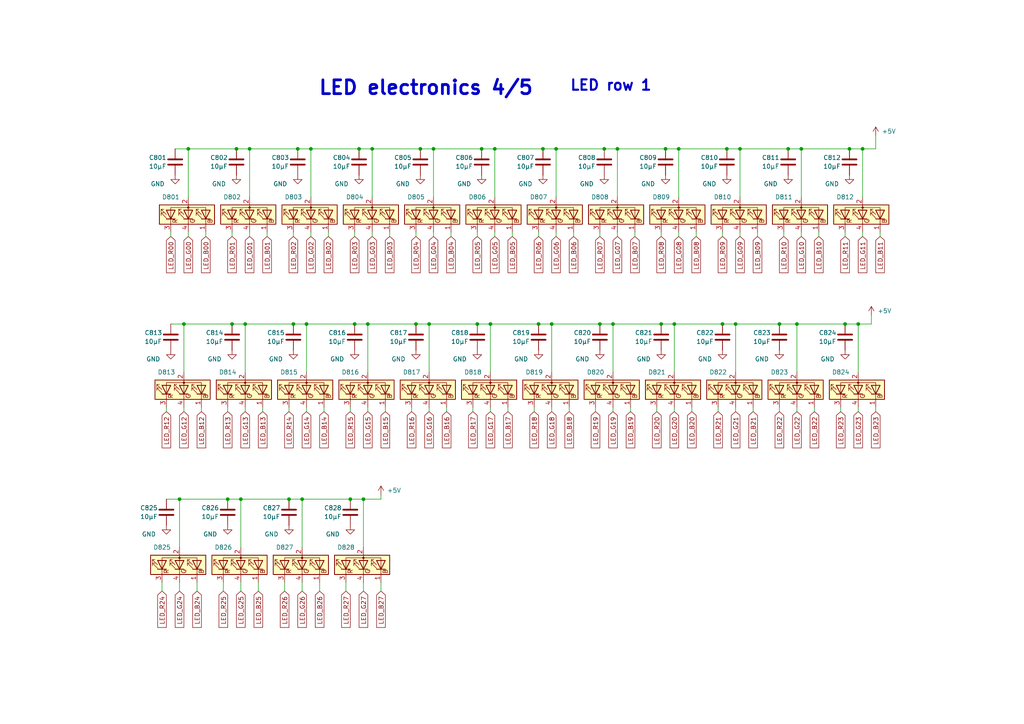
<source format=kicad_sch>
(kicad_sch (version 20231120) (generator "eeschema") (generator_version "8.0")
  (paper "A4")
  (title_block (title "RD56_color") (date "2023-08-20") (rev "Rev 2") (company "Ludwin Monz") (comment 1 "you may not use the material for commercial purposes.") (comment 2 "you may use non-commercially, adapt, share alike ") (comment 3 "https://creativecommons.org/licenses/by-nc-sa/4.0/") (comment 4 "License: Creative Commons Attribution-Non-Commercial (CC BY-NC-SA)"))
  (lib_symbols
    (symbol "Device:C" (pin_numbers hide) (pin_names (offset 0.254))
      (property "Reference" "C" (at 0.635 2.54 0))
      (property "Value" "C" (at 0.635 -2.54 0))
      (symbol "C_0_1"
        (polyline (pts (xy -2.032 -0.762) (xy 2.032 -0.762)) (stroke (width 0.508)))
        (polyline (pts (xy -2.032 0.762) (xy 2.032 0.762)) (stroke (width 0.508)))
      )
      (symbol "C_1_1"
        (pin passive line (at 0 3.81 270) (length 2.794) (name "~") (number "1"))
        (pin passive line (at 0 -3.81 90) (length 2.794) (name "~") (number "2"))
      )
    )
    (symbol "Device:LED_BARG" (pin_names (offset 0) hide)
      (property "Reference" "D" (at 0 9.398 0))
      (property "Value" "LED_BARG" (at 0 -8.89 0))
      (symbol "LED_BARG_0_0"
        (text "B" (at -1.905 -6.35 0) (effects (font (size 1.27 1.27))))
        (text "G" (at -1.905 -1.27 0) (effects (font (size 1.27 1.27))))
        (text "R" (at -1.905 3.81 0) (effects (font (size 1.27 1.27))))
      )
      (symbol "LED_BARG_0_1"
        (polyline (pts (xy -1.27 -5.08) (xy -2.54 -5.08)))
        (polyline (pts (xy -1.27 -5.08) (xy 1.27 -5.08)))
        (polyline (pts (xy -1.27 -3.81) (xy -1.27 -6.35)) (stroke (width 0.254)))
        (polyline (pts (xy -1.27 0) (xy -2.54 0)))
        (polyline (pts (xy -1.27 1.27) (xy -1.27 -1.27)) (stroke (width 0.254)))
        (polyline (pts (xy -1.27 5.08) (xy -2.54 5.08)))
        (polyline (pts (xy -1.27 5.08) (xy 1.27 5.08)))
        (polyline (pts (xy -1.27 6.35) (xy -1.27 3.81)) (stroke (width 0.254)))
        (polyline (pts (xy 1.27 0) (xy -1.27 0)))
        (polyline (pts (xy 1.27 0) (xy 2.54 0)))
        (polyline (pts (xy -1.27 1.27) (xy -1.27 -1.27) (xy -1.27 -1.27)))
        (polyline (pts (xy -1.27 6.35) (xy -1.27 3.81) (xy -1.27 3.81)))
        (polyline (pts (xy 1.27 -5.08) (xy 2.032 -5.08) (xy 2.032 5.08) (xy 1.27 5.08)))
        (polyline (pts (xy 1.27 -3.81) (xy 1.27 -6.35) (xy -1.27 -5.08) (xy 1.27 -3.81)) (stroke (width 0.254)))
        (polyline (pts (xy 1.27 1.27) (xy 1.27 -1.27) (xy -1.27 0) (xy 1.27 1.27)) (stroke (width 0.254)))
        (polyline (pts (xy 1.27 6.35) (xy 1.27 3.81) (xy -1.27 5.08) (xy 1.27 6.35)) (stroke (width 0.254)))
        (polyline (pts (xy -1.016 -3.81) (xy 0.508 -2.286) (xy -0.254 -2.286) (xy 0.508 -2.286) (xy 0.508 -3.048)))
        (polyline (pts (xy -1.016 1.27) (xy 0.508 2.794) (xy -0.254 2.794) (xy 0.508 2.794) (xy 0.508 2.032)))
        (polyline (pts (xy -1.016 6.35) (xy 0.508 7.874) (xy -0.254 7.874) (xy 0.508 7.874) (xy 0.508 7.112)))
        (polyline (pts (xy 0 -3.81) (xy 1.524 -2.286) (xy 0.762 -2.286) (xy 1.524 -2.286) (xy 1.524 -3.048)))
        (polyline (pts (xy 0 1.27) (xy 1.524 2.794) (xy 0.762 2.794) (xy 1.524 2.794) (xy 1.524 2.032)))
        (polyline (pts (xy 0 6.35) (xy 1.524 7.874) (xy 0.762 7.874) (xy 1.524 7.874) (xy 1.524 7.112)))
        (rectangle (start 1.27 -1.27) (end 1.27 1.27))
        (rectangle (start 1.27 1.27) (end 1.27 1.27))
        (rectangle (start 1.27 3.81) (end 1.27 6.35))
        (rectangle (start 1.27 6.35) (end 1.27 6.35))
        (circle (center 2.032 0) (radius 0.254) (fill (type outline)))
        (rectangle (start 2.794 8.382) (end -2.794 -7.62) (stroke (width 0.254)) (fill (type background)))
      )
      (symbol "LED_BARG_1_1"
        (pin passive line (at -5.08 -5.08 0) (length 2.54) (name "BK") (number "1"))
        (pin passive line (at 5.08 0 180) (length 2.54) (name "A") (number "2"))
        (pin passive line (at -5.08 5.08 0) (length 2.54) (name "RK") (number "3"))
        (pin passive line (at -5.08 0 0) (length 2.54) (name "GK") (number "4"))
      )
    )
    (symbol "power:+5V" (power) (pin_names (offset 0))
      (property "Value" "+5V" (at 0 3.556 0))
      (symbol "+5V_0_1"
        (polyline (pts (xy -0.762 1.27) (xy 0 2.54)))
        (polyline (pts (xy 0 0) (xy 0 2.54)))
        (polyline (pts (xy 0 2.54) (xy 0.762 1.27)))
      )
      (symbol "+5V_1_1"
        (pin power_in line (at 0 0 90) (length 0) hide (name "+5V") (number "1"))
      )
    )
    (symbol "power:GND" (power) (pin_names (offset 0))
      (property "Value" "GND" (at 0 -3.81 0))
      (symbol "GND_0_1"
        (polyline (pts (xy 0 0) (xy 0 -1.27) (xy 1.27 -1.27) (xy 0 -2.54) (xy -1.27 -1.27) (xy 0 -1.27)))
      )
      (symbol "GND_1_1"
        (pin power_in line (at 0 0 270) (length 0) hide (name "GND") (number "1"))
      )
    )
  )
  (junction (at 121.92 43.18))
  (junction (at 139.7 43.18))
  (junction (at 193.04 43.18))
  (junction (at 156.21 93.98))
  (junction (at 67.31 93.98))
  (junction (at 179.07 43.18))
  (junction (at 101.6 144.78))
  (junction (at 69.85 144.78))
  (junction (at 105.41 144.78))
  (junction (at 125.73 43.18))
  (junction (at 142.24 93.98))
  (junction (at 226.06 93.98))
  (junction (at 85.09 93.98))
  (junction (at 173.99 93.98))
  (junction (at 120.65 93.98))
  (junction (at 248.92 93.98))
  (junction (at 157.48 43.18))
  (junction (at 87.63 144.78))
  (junction (at 191.77 93.98))
  (junction (at 138.43 93.98))
  (junction (at 161.29 43.18))
  (junction (at 214.63 43.18))
  (junction (at 245.11 93.98))
  (junction (at 102.87 93.98))
  (junction (at 66.04 144.78))
  (junction (at 232.41 43.18))
  (junction (at 177.8 93.98))
  (junction (at 210.82 43.18))
  (junction (at 90.17 43.18))
  (junction (at 143.51 43.18))
  (junction (at 246.38 43.18))
  (junction (at 160.02 93.98))
  (junction (at 53.34 93.98))
  (junction (at 250.19 43.18))
  (junction (at 104.14 43.18))
  (junction (at 195.58 93.98))
  (junction (at 68.58 43.18))
  (junction (at 88.9 93.98))
  (junction (at 213.36 93.98))
  (junction (at 106.68 93.98))
  (junction (at 107.95 43.18))
  (junction (at 196.85 43.18))
  (junction (at 231.14 93.98))
  (junction (at 175.26 43.18))
  (junction (at 83.82 144.78))
  (junction (at 124.46 93.98))
  (junction (at 209.55 93.98))
  (junction (at 228.6 43.18))
  (junction (at 86.36 43.18))
  (junction (at 72.39 43.18))
  (junction (at 52.07 144.78))
  (junction (at 71.12 93.98))
  (junction (at 54.61 43.18))
  (wire (pts (xy 125.73 43.18) (xy 139.7 43.18)))
  (wire (pts (xy 195.58 93.98) (xy 209.55 93.98)))
  (wire (pts (xy 53.34 93.98) (xy 67.31 93.98)))
  (wire (pts (xy 160.02 93.98) (xy 173.99 93.98)))
  (wire (pts (xy 195.58 118.11) (xy 195.58 119.38)))
  (wire (pts (xy 209.55 93.98) (xy 213.36 93.98)))
  (wire (pts (xy 248.92 93.98) (xy 248.92 107.95)))
  (wire (pts (xy 245.11 93.98) (xy 248.92 93.98)))
  (wire (pts (xy 111.76 118.11) (xy 111.76 119.38)))
  (wire (pts (xy 142.24 93.98) (xy 142.24 107.95)))
  (wire (pts (xy 165.1 118.11) (xy 165.1 119.38)))
  (wire (pts (xy 68.58 43.18) (xy 72.39 43.18)))
  (wire (pts (xy 121.92 43.18) (xy 125.73 43.18)))
  (wire (pts (xy 85.09 67.31) (xy 85.09 68.58)))
  (wire (pts (xy 226.06 118.11) (xy 226.06 119.38)))
  (wire (pts (xy 58.42 118.11) (xy 58.42 119.38)))
  (wire (pts (xy 213.36 93.98) (xy 213.36 107.95)))
  (wire (pts (xy 248.92 118.11) (xy 248.92 119.38)))
  (wire (pts (xy 161.29 43.18) (xy 161.29 57.15)))
  (wire (pts (xy 143.51 43.18) (xy 157.48 43.18)))
  (wire (pts (xy 53.34 93.98) (xy 53.34 107.95)))
  (wire (pts (xy 201.93 67.31) (xy 201.93 68.58)))
  (wire (pts (xy 248.92 93.98) (xy 252.73 93.98)))
  (wire (pts (xy 214.63 67.31) (xy 214.63 68.58)))
  (wire (pts (xy 85.09 93.98) (xy 88.9 93.98)))
  (wire (pts (xy 156.21 67.31) (xy 156.21 68.58)))
  (wire (pts (xy 59.69 67.31) (xy 59.69 68.58)))
  (wire (pts (xy 77.47 67.31) (xy 77.47 68.58)))
  (wire (pts (xy 92.71 168.91) (xy 92.71 171.45)))
  (wire (pts (xy 105.41 144.78) (xy 105.41 158.75)))
  (wire (pts (xy 72.39 43.18) (xy 72.39 57.15)))
  (wire (pts (xy 76.2 118.11) (xy 76.2 119.38)))
  (wire (pts (xy 46.99 168.91) (xy 46.99 171.45)))
  (wire (pts (xy 90.17 67.31) (xy 90.17 68.58)))
  (wire (pts (xy 236.22 118.11) (xy 236.22 119.38)))
  (wire (pts (xy 54.61 43.18) (xy 68.58 43.18)))
  (wire (pts (xy 88.9 118.11) (xy 88.9 119.38)))
  (wire (pts (xy 210.82 43.18) (xy 214.63 43.18)))
  (wire (pts (xy 154.94 118.11) (xy 154.94 119.38)))
  (wire (pts (xy 175.26 43.18) (xy 179.07 43.18)))
  (wire (pts (xy 177.8 118.11) (xy 177.8 119.38)))
  (wire (pts (xy 69.85 144.78) (xy 69.85 158.75)))
  (wire (pts (xy 143.51 43.18) (xy 143.51 57.15)))
  (wire (pts (xy 82.55 168.91) (xy 82.55 171.45)))
  (wire (pts (xy 142.24 93.98) (xy 156.21 93.98)))
  (wire (pts (xy 83.82 118.11) (xy 83.82 119.38)))
  (wire (pts (xy 254 43.18) (xy 254 39.37)))
  (wire (pts (xy 173.99 93.98) (xy 177.8 93.98)))
  (wire (pts (xy 219.71 67.31) (xy 219.71 68.58)))
  (wire (pts (xy 88.9 93.98) (xy 102.87 93.98)))
  (wire (pts (xy 231.14 93.98) (xy 231.14 107.95)))
  (wire (pts (xy 74.93 168.91) (xy 74.93 171.45)))
  (wire (pts (xy 208.28 118.11) (xy 208.28 119.38)))
  (wire (pts (xy 245.11 67.31) (xy 245.11 68.58)))
  (wire (pts (xy 191.77 93.98) (xy 195.58 93.98)))
  (wire (pts (xy 173.99 67.31) (xy 173.99 68.58)))
  (wire (pts (xy 143.51 67.31) (xy 143.51 68.58)))
  (wire (pts (xy 119.38 118.11) (xy 119.38 119.38)))
  (wire (pts (xy 64.77 168.91) (xy 64.77 171.45)))
  (wire (pts (xy 184.15 67.31) (xy 184.15 68.58)))
  (wire (pts (xy 86.36 43.18) (xy 90.17 43.18)))
  (wire (pts (xy 138.43 93.98) (xy 142.24 93.98)))
  (wire (pts (xy 107.95 67.31) (xy 107.95 68.58)))
  (wire (pts (xy 66.04 144.78) (xy 69.85 144.78)))
  (wire (pts (xy 226.06 93.98) (xy 231.14 93.98)))
  (wire (pts (xy 250.19 43.18) (xy 254 43.18)))
  (wire (pts (xy 88.9 93.98) (xy 88.9 107.95)))
  (wire (pts (xy 67.31 93.98) (xy 71.12 93.98)))
  (wire (pts (xy 53.34 118.11) (xy 53.34 119.38)))
  (wire (pts (xy 101.6 118.11) (xy 101.6 119.38)))
  (wire (pts (xy 87.63 144.78) (xy 101.6 144.78)))
  (wire (pts (xy 49.53 93.98) (xy 53.34 93.98)))
  (wire (pts (xy 72.39 43.18) (xy 86.36 43.18)))
  (wire (pts (xy 139.7 43.18) (xy 143.51 43.18)))
  (wire (pts (xy 195.58 93.98) (xy 195.58 107.95)))
  (wire (pts (xy 71.12 93.98) (xy 71.12 107.95)))
  (wire (pts (xy 190.5 118.11) (xy 190.5 119.38)))
  (wire (pts (xy 214.63 43.18) (xy 228.6 43.18)))
  (wire (pts (xy 93.98 118.11) (xy 93.98 119.38)))
  (wire (pts (xy 148.59 67.31) (xy 148.59 68.58)))
  (wire (pts (xy 52.07 144.78) (xy 52.07 158.75)))
  (wire (pts (xy 54.61 67.31) (xy 54.61 68.58)))
  (wire (pts (xy 72.39 67.31) (xy 72.39 68.58)))
  (wire (pts (xy 104.14 43.18) (xy 107.95 43.18)))
  (wire (pts (xy 246.38 43.18) (xy 250.19 43.18)))
  (wire (pts (xy 250.19 43.18) (xy 250.19 57.15)))
  (wire (pts (xy 231.14 118.11) (xy 231.14 119.38)))
  (wire (pts (xy 101.6 144.78) (xy 105.41 144.78)))
  (wire (pts (xy 69.85 144.78) (xy 83.82 144.78)))
  (wire (pts (xy 106.68 118.11) (xy 106.68 119.38)))
  (wire (pts (xy 87.63 168.91) (xy 87.63 171.45)))
  (wire (pts (xy 250.19 67.31) (xy 250.19 68.58)))
  (wire (pts (xy 105.41 144.78) (xy 110.49 144.78)))
  (wire (pts (xy 254 118.11) (xy 254 119.38)))
  (wire (pts (xy 125.73 43.18) (xy 125.73 57.15)))
  (wire (pts (xy 124.46 93.98) (xy 138.43 93.98)))
  (wire (pts (xy 182.88 118.11) (xy 182.88 119.38)))
  (wire (pts (xy 179.07 43.18) (xy 179.07 57.15)))
  (wire (pts (xy 57.15 168.91) (xy 57.15 171.45)))
  (wire (pts (xy 83.82 144.78) (xy 87.63 144.78)))
  (wire (pts (xy 87.63 144.78) (xy 87.63 158.75)))
  (wire (pts (xy 172.72 118.11) (xy 172.72 119.38)))
  (wire (pts (xy 106.68 93.98) (xy 106.68 107.95)))
  (wire (pts (xy 177.8 93.98) (xy 177.8 107.95)))
  (wire (pts (xy 95.25 67.31) (xy 95.25 68.58)))
  (wire (pts (xy 161.29 43.18) (xy 175.26 43.18)))
  (wire (pts (xy 105.41 168.91) (xy 105.41 171.45)))
  (wire (pts (xy 179.07 67.31) (xy 179.07 68.58)))
  (wire (pts (xy 137.16 118.11) (xy 137.16 119.38)))
  (wire (pts (xy 71.12 93.98) (xy 85.09 93.98)))
  (wire (pts (xy 231.14 93.98) (xy 245.11 93.98)))
  (wire (pts (xy 49.53 67.31) (xy 49.53 68.58)))
  (wire (pts (xy 66.04 118.11) (xy 66.04 119.38)))
  (wire (pts (xy 255.27 67.31) (xy 255.27 68.58)))
  (wire (pts (xy 120.65 93.98) (xy 124.46 93.98)))
  (wire (pts (xy 138.43 67.31) (xy 138.43 68.58)))
  (wire (pts (xy 218.44 118.11) (xy 218.44 119.38)))
  (wire (pts (xy 54.61 57.15) (xy 54.61 43.18)))
  (wire (pts (xy 196.85 43.18) (xy 210.82 43.18)))
  (wire (pts (xy 113.03 67.31) (xy 113.03 68.58)))
  (wire (pts (xy 124.46 118.11) (xy 124.46 119.38)))
  (wire (pts (xy 191.77 67.31) (xy 191.77 68.58)))
  (wire (pts (xy 67.31 67.31) (xy 67.31 68.58)))
  (wire (pts (xy 166.37 67.31) (xy 166.37 68.58)))
  (wire (pts (xy 193.04 43.18) (xy 196.85 43.18)))
  (wire (pts (xy 209.55 67.31) (xy 209.55 68.58)))
  (wire (pts (xy 214.63 43.18) (xy 214.63 57.15)))
  (wire (pts (xy 106.68 93.98) (xy 120.65 93.98)))
  (wire (pts (xy 147.32 118.11) (xy 147.32 119.38)))
  (wire (pts (xy 120.65 67.31) (xy 120.65 68.58)))
  (wire (pts (xy 237.49 67.31) (xy 237.49 68.58)))
  (wire (pts (xy 107.95 43.18) (xy 121.92 43.18)))
  (wire (pts (xy 252.73 93.98) (xy 252.73 91.44)))
  (wire (pts (xy 125.73 67.31) (xy 125.73 68.58)))
  (wire (pts (xy 107.95 43.18) (xy 107.95 57.15)))
  (wire (pts (xy 110.49 144.78) (xy 110.49 143.51)))
  (wire (pts (xy 90.17 43.18) (xy 90.17 57.15)))
  (wire (pts (xy 160.02 118.11) (xy 160.02 119.38)))
  (wire (pts (xy 71.12 118.11) (xy 71.12 119.38)))
  (wire (pts (xy 142.24 118.11) (xy 142.24 119.38)))
  (wire (pts (xy 213.36 93.98) (xy 226.06 93.98)))
  (wire (pts (xy 110.49 168.91) (xy 110.49 171.45)))
  (wire (pts (xy 196.85 67.31) (xy 196.85 68.58)))
  (wire (pts (xy 160.02 93.98) (xy 160.02 107.95)))
  (wire (pts (xy 179.07 43.18) (xy 193.04 43.18)))
  (wire (pts (xy 161.29 67.31) (xy 161.29 68.58)))
  (wire (pts (xy 227.33 67.31) (xy 227.33 68.58)))
  (wire (pts (xy 90.17 43.18) (xy 104.14 43.18)))
  (wire (pts (xy 232.41 67.31) (xy 232.41 68.58)))
  (wire (pts (xy 48.26 118.11) (xy 48.26 119.38)))
  (wire (pts (xy 130.81 67.31) (xy 130.81 68.58)))
  (wire (pts (xy 129.54 118.11) (xy 129.54 119.38)))
  (wire (pts (xy 156.21 93.98) (xy 160.02 93.98)))
  (wire (pts (xy 52.07 144.78) (xy 66.04 144.78)))
  (wire (pts (xy 102.87 93.98) (xy 106.68 93.98)))
  (wire (pts (xy 54.61 43.18) (xy 50.8 43.18)))
  (wire (pts (xy 200.66 118.11) (xy 200.66 119.38)))
  (wire (pts (xy 69.85 168.91) (xy 69.85 171.45)))
  (wire (pts (xy 232.41 43.18) (xy 228.6 43.18)))
  (wire (pts (xy 102.87 67.31) (xy 102.87 68.58)))
  (wire (pts (xy 243.84 118.11) (xy 243.84 119.38)))
  (wire (pts (xy 52.07 168.91) (xy 52.07 171.45)))
  (wire (pts (xy 124.46 93.98) (xy 124.46 107.95)))
  (wire (pts (xy 213.36 118.11) (xy 213.36 119.38)))
  (wire (pts (xy 232.41 43.18) (xy 246.38 43.18)))
  (wire (pts (xy 157.48 43.18) (xy 161.29 43.18)))
  (wire (pts (xy 100.33 168.91) (xy 100.33 171.45)))
  (wire (pts (xy 177.8 93.98) (xy 191.77 93.98)))
  (wire (pts (xy 48.26 144.78) (xy 52.07 144.78)))
  (wire (pts (xy 196.85 43.18) (xy 196.85 57.15)))
  (wire (pts (xy 232.41 57.15) (xy 232.41 43.18)))
  (text "LED row 1" (at 189.23 26.67 0) (effects (font (size 3 3) (thickness 0.6) (bold yes)) (justify right bottom)))
  (text "LED electronics 4/5" (at 154.94 27.94 0) (effects (font (size 4 4) (thickness 0.8) (bold yes)) (justify right bottom)))
  (global_label "LED_B12" (shape input) (at 58.42 119.38 270) (property "Intersheetrefs" "${INTERSHEET_REFS}" (effects (hide yes))))
  (global_label "LED_G07" (shape input) (at 179.07 68.58 270) (property "Intersheetrefs" "${INTERSHEET_REFS}" (effects (hide yes))))
  (global_label "LED_R26" (shape input) (at 82.55 171.45 270) (property "Intersheetrefs" "${INTERSHEET_REFS}" (effects (hide yes))))
  (global_label "LED_G17" (shape input) (at 142.24 119.38 270) (property "Intersheetrefs" "${INTERSHEET_REFS}" (effects (hide yes))))
  (global_label "LED_R13" (shape input) (at 66.04 119.38 270) (property "Intersheetrefs" "${INTERSHEET_REFS}" (effects (hide yes))))
  (global_label "LED_B25" (shape input) (at 74.93 171.45 270) (property "Intersheetrefs" "${INTERSHEET_REFS}" (effects (hide yes))))
  (global_label "LED_R18" (shape input) (at 154.94 119.38 270) (property "Intersheetrefs" "${INTERSHEET_REFS}" (effects (hide yes))))
  (global_label "LED_B09" (shape input) (at 219.71 68.58 270) (property "Intersheetrefs" "${INTERSHEET_REFS}" (effects (hide yes))))
  (global_label "LED_B19" (shape input) (at 182.88 119.38 270) (property "Intersheetrefs" "${INTERSHEET_REFS}" (effects (hide yes))))
  (global_label "LED_R25" (shape input) (at 64.77 171.45 270) (property "Intersheetrefs" "${INTERSHEET_REFS}" (effects (hide yes))))
  (global_label "LED_B02" (shape input) (at 95.25 68.58 270) (property "Intersheetrefs" "${INTERSHEET_REFS}" (effects (hide yes))))
  (global_label "LED_B05" (shape input) (at 148.59 68.58 270) (property "Intersheetrefs" "${INTERSHEET_REFS}" (effects (hide yes))))
  (global_label "LED_G05" (shape input) (at 143.51 68.58 270) (property "Intersheetrefs" "${INTERSHEET_REFS}" (effects (hide yes))))
  (global_label "LED_R06" (shape input) (at 156.21 68.58 270) (property "Intersheetrefs" "${INTERSHEET_REFS}" (effects (hide yes))))
  (global_label "LED_G08" (shape input) (at 196.85 68.58 270) (property "Intersheetrefs" "${INTERSHEET_REFS}" (effects (hide yes))))
  (global_label "LED_G24" (shape input) (at 52.07 171.45 270) (property "Intersheetrefs" "${INTERSHEET_REFS}" (effects (hide yes))))
  (global_label "LED_B24" (shape input) (at 57.15 171.45 270) (property "Intersheetrefs" "${INTERSHEET_REFS}" (effects (hide yes))))
  (global_label "LED_R20" (shape input) (at 190.5 119.38 270) (property "Intersheetrefs" "${INTERSHEET_REFS}" (effects (hide yes))))
  (global_label "LED_B03" (shape input) (at 113.03 68.58 270) (property "Intersheetrefs" "${INTERSHEET_REFS}" (effects (hide yes))))
  (global_label "LED_B22" (shape input) (at 236.22 119.38 270) (property "Intersheetrefs" "${INTERSHEET_REFS}" (effects (hide yes))))
  (global_label "LED_B06" (shape input) (at 166.37 68.58 270) (property "Intersheetrefs" "${INTERSHEET_REFS}" (effects (hide yes))))
  (global_label "LED_R17" (shape input) (at 137.16 119.38 270) (property "Intersheetrefs" "${INTERSHEET_REFS}" (effects (hide yes))))
  (global_label "LED_R01" (shape input) (at 67.31 68.58 270) (property "Intersheetrefs" "${INTERSHEET_REFS}" (effects (hide yes))))
  (global_label "LED_G26" (shape input) (at 87.63 171.45 270) (property "Intersheetrefs" "${INTERSHEET_REFS}" (effects (hide yes))))
  (global_label "LED_G27" (shape input) (at 105.41 171.45 270) (property "Intersheetrefs" "${INTERSHEET_REFS}" (effects (hide yes))))
  (global_label "LED_R22" (shape input) (at 226.06 119.38 270) (property "Intersheetrefs" "${INTERSHEET_REFS}" (effects (hide yes))))
  (global_label "LED_B14" (shape input) (at 93.98 119.38 270) (property "Intersheetrefs" "${INTERSHEET_REFS}" (effects (hide yes))))
  (global_label "LED_R19" (shape input) (at 172.72 119.38 270) (property "Intersheetrefs" "${INTERSHEET_REFS}" (effects (hide yes))))
  (global_label "LED_R00" (shape input) (at 49.53 68.58 270) (property "Intersheetrefs" "${INTERSHEET_REFS}" (effects (hide yes))))
  (global_label "LED_G03" (shape input) (at 107.95 68.58 270) (property "Intersheetrefs" "${INTERSHEET_REFS}" (effects (hide yes))))
  (global_label "LED_R02" (shape input) (at 85.09 68.58 270) (property "Intersheetrefs" "${INTERSHEET_REFS}" (effects (hide yes))))
  (global_label "LED_B10" (shape input) (at 237.49 68.58 270) (property "Intersheetrefs" "${INTERSHEET_REFS}" (effects (hide yes))))
  (global_label "LED_R10" (shape input) (at 227.33 68.58 270) (property "Intersheetrefs" "${INTERSHEET_REFS}" (effects (hide yes))))
  (global_label "LED_B13" (shape input) (at 76.2 119.38 270) (property "Intersheetrefs" "${INTERSHEET_REFS}" (effects (hide yes))))
  (global_label "LED_R23" (shape input) (at 243.84 119.38 270) (property "Intersheetrefs" "${INTERSHEET_REFS}" (effects (hide yes))))
  (global_label "LED_R24" (shape input) (at 46.99 171.45 270) (property "Intersheetrefs" "${INTERSHEET_REFS}" (effects (hide yes))))
  (global_label "LED_B07" (shape input) (at 184.15 68.58 270) (property "Intersheetrefs" "${INTERSHEET_REFS}" (effects (hide yes))))
  (global_label "LED_G21" (shape input) (at 213.36 119.38 270) (property "Intersheetrefs" "${INTERSHEET_REFS}" (effects (hide yes))))
  (global_label "LED_B17" (shape input) (at 147.32 119.38 270) (property "Intersheetrefs" "${INTERSHEET_REFS}" (effects (hide yes))))
  (global_label "LED_R05" (shape input) (at 138.43 68.58 270) (property "Intersheetrefs" "${INTERSHEET_REFS}" (effects (hide yes))))
  (global_label "LED_B00" (shape input) (at 59.69 68.58 270) (property "Intersheetrefs" "${INTERSHEET_REFS}" (effects (hide yes))))
  (global_label "LED_G06" (shape input) (at 161.29 68.58 270) (property "Intersheetrefs" "${INTERSHEET_REFS}" (effects (hide yes))))
  (global_label "LED_R03" (shape input) (at 102.87 68.58 270) (property "Intersheetrefs" "${INTERSHEET_REFS}" (effects (hide yes))))
  (global_label "LED_G18" (shape input) (at 160.02 119.38 270) (property "Intersheetrefs" "${INTERSHEET_REFS}" (effects (hide yes))))
  (global_label "LED_B27" (shape input) (at 110.49 171.45 270) (property "Intersheetrefs" "${INTERSHEET_REFS}" (effects (hide yes))))
  (global_label "LED_B15" (shape input) (at 111.76 119.38 270) (property "Intersheetrefs" "${INTERSHEET_REFS}" (effects (hide yes))))
  (global_label "LED_B20" (shape input) (at 200.66 119.38 270) (property "Intersheetrefs" "${INTERSHEET_REFS}" (effects (hide yes))))
  (global_label "LED_B11" (shape input) (at 255.27 68.58 270) (property "Intersheetrefs" "${INTERSHEET_REFS}" (effects (hide yes))))
  (global_label "LED_B21" (shape input) (at 218.44 119.38 270) (property "Intersheetrefs" "${INTERSHEET_REFS}" (effects (hide yes))))
  (global_label "LED_G19" (shape input) (at 177.8 119.38 270) (property "Intersheetrefs" "${INTERSHEET_REFS}" (effects (hide yes))))
  (global_label "LED_B18" (shape input) (at 165.1 119.38 270) (property "Intersheetrefs" "${INTERSHEET_REFS}" (effects (hide yes))))
  (global_label "LED_G13" (shape input) (at 71.12 119.38 270) (property "Intersheetrefs" "${INTERSHEET_REFS}" (effects (hide yes))))
  (global_label "LED_G12" (shape input) (at 53.34 119.38 270) (property "Intersheetrefs" "${INTERSHEET_REFS}" (effects (hide yes))))
  (global_label "LED_B16" (shape input) (at 129.54 119.38 270) (property "Intersheetrefs" "${INTERSHEET_REFS}" (effects (hide yes))))
  (global_label "LED_R12" (shape input) (at 48.26 119.38 270) (property "Intersheetrefs" "${INTERSHEET_REFS}" (effects (hide yes))))
  (global_label "LED_R09" (shape input) (at 209.55 68.58 270) (property "Intersheetrefs" "${INTERSHEET_REFS}" (effects (hide yes))))
  (global_label "LED_B08" (shape input) (at 201.93 68.58 270) (property "Intersheetrefs" "${INTERSHEET_REFS}" (effects (hide yes))))
  (global_label "LED_R27" (shape input) (at 100.33 171.45 270) (property "Intersheetrefs" "${INTERSHEET_REFS}" (effects (hide yes))))
  (global_label "LED_R15" (shape input) (at 101.6 119.38 270) (property "Intersheetrefs" "${INTERSHEET_REFS}" (effects (hide yes))))
  (global_label "LED_B23" (shape input) (at 254 119.38 270) (property "Intersheetrefs" "${INTERSHEET_REFS}" (effects (hide yes))))
  (global_label "LED_G10" (shape input) (at 232.41 68.58 270) (property "Intersheetrefs" "${INTERSHEET_REFS}" (effects (hide yes))))
  (global_label "LED_G11" (shape input) (at 250.19 68.58 270) (property "Intersheetrefs" "${INTERSHEET_REFS}" (effects (hide yes))))
  (global_label "LED_R04" (shape input) (at 120.65 68.58 270) (property "Intersheetrefs" "${INTERSHEET_REFS}" (effects (hide yes))))
  (global_label "LED_G01" (shape input) (at 72.39 68.58 270) (property "Intersheetrefs" "${INTERSHEET_REFS}" (effects (hide yes))))
  (global_label "LED_R21" (shape input) (at 208.28 119.38 270) (property "Intersheetrefs" "${INTERSHEET_REFS}" (effects (hide yes))))
  (global_label "LED_G23" (shape input) (at 248.92 119.38 270) (property "Intersheetrefs" "${INTERSHEET_REFS}" (effects (hide yes))))
  (global_label "LED_G04" (shape input) (at 125.73 68.58 270) (property "Intersheetrefs" "${INTERSHEET_REFS}" (effects (hide yes))))
  (global_label "LED_G22" (shape input) (at 231.14 119.38 270) (property "Intersheetrefs" "${INTERSHEET_REFS}" (effects (hide yes))))
  (global_label "LED_B04" (shape input) (at 130.81 68.58 270) (property "Intersheetrefs" "${INTERSHEET_REFS}" (effects (hide yes))))
  (global_label "LED_G00" (shape input) (at 54.61 68.58 270) (property "Intersheetrefs" "${INTERSHEET_REFS}" (effects (hide yes))))
  (global_label "LED_B01" (shape input) (at 77.47 68.58 270) (property "Intersheetrefs" "${INTERSHEET_REFS}" (effects (hide yes))))
  (global_label "LED_G02" (shape input) (at 90.17 68.58 270) (property "Intersheetrefs" "${INTERSHEET_REFS}" (effects (hide yes))))
  (global_label "LED_G09" (shape input) (at 214.63 68.58 270) (property "Intersheetrefs" "${INTERSHEET_REFS}" (effects (hide yes))))
  (global_label "LED_R16" (shape input) (at 119.38 119.38 270) (property "Intersheetrefs" "${INTERSHEET_REFS}" (effects (hide yes))))
  (global_label "LED_G20" (shape input) (at 195.58 119.38 270) (property "Intersheetrefs" "${INTERSHEET_REFS}" (effects (hide yes))))
  (global_label "LED_B26" (shape input) (at 92.71 171.45 270) (property "Intersheetrefs" "${INTERSHEET_REFS}" (effects (hide yes))))
  (global_label "LED_G15" (shape input) (at 106.68 119.38 270) (property "Intersheetrefs" "${INTERSHEET_REFS}" (effects (hide yes))))
  (global_label "LED_R11" (shape input) (at 245.11 68.58 270) (property "Intersheetrefs" "${INTERSHEET_REFS}" (effects (hide yes))))
  (global_label "LED_R08" (shape input) (at 191.77 68.58 270) (property "Intersheetrefs" "${INTERSHEET_REFS}" (effects (hide yes))))
  (global_label "LED_R14" (shape input) (at 83.82 119.38 270) (property "Intersheetrefs" "${INTERSHEET_REFS}" (effects (hide yes))))
  (global_label "LED_G16" (shape input) (at 124.46 119.38 270) (property "Intersheetrefs" "${INTERSHEET_REFS}" (effects (hide yes))))
  (global_label "LED_G14" (shape input) (at 88.9 119.38 270) (property "Intersheetrefs" "${INTERSHEET_REFS}" (effects (hide yes))))
  (global_label "LED_R07" (shape input) (at 173.99 68.58 270) (property "Intersheetrefs" "${INTERSHEET_REFS}" (effects (hide yes))))
  (global_label "LED_G25" (shape input) (at 69.85 171.45 270) (property "Intersheetrefs" "${INTERSHEET_REFS}" (effects (hide yes))))
  (symbol (lib_id "Device:LED_BARG") (at 69.85 163.83 90) (unit 1)
    (property "Reference" "D826" (at 62.23 158.75 90) (effects (justify right)))
    (property "Value" "LED_BARG" (effects (hide yes)))
    (property "Footprint" "my_footprints:LED_RGB_1210" (effects (hide yes)))
    (property "LCSC" "C513366" (effects (hide yes)))
  )
  (symbol (lib_id "Device:LED_BARG") (at 196.85 62.23 90) (unit 1)
    (property "Reference" "D809" (at 189.23 57.15 90) (effects (justify right)))
    (property "Value" "LED_BARG" (effects (hide yes)))
    (property "Footprint" "my_footprints:LED_RGB_1210" (effects (hide yes)))
    (property "LCSC" "C513366" (effects (hide yes)))
  )
  (symbol (lib_id "Device:LED_BARG") (at 160.02 113.03 90) (unit 1)
    (property "Reference" "D819" (at 152.4 107.95 90) (effects (justify right)))
    (property "Value" "LED_BARG" (effects (hide yes)))
    (property "Footprint" "my_footprints:LED_RGB_1210" (effects (hide yes)))
    (property "LCSC" "C513366" (effects (hide yes)))
  )
  (symbol (lib_id "Device:C") (at 102.87 97.79 0) (unit 1)
    (property "Reference" "C816" (at 95.25 96.52 0) (effects (justify left)))
    (property "Value" "10µF" (at 95.25 99.06 0) (effects (justify left)))
    (property "Footprint" "Capacitor_SMD:C_0603_1608Metric" (effects (hide yes)))
    (property "LCSC" "C96446" (effects (hide yes)))
  )
  (symbol (lib_id "Device:C") (at 157.48 46.99 0) (unit 1)
    (property "Reference" "C807" (at 149.86 45.72 0) (effects (justify left)))
    (property "Value" "10µF" (at 149.86 48.26 0) (effects (justify left)))
    (property "Footprint" "Capacitor_SMD:C_0603_1608Metric" (effects (hide yes)))
    (property "LCSC" "C96446" (effects (hide yes)))
  )
  (symbol (lib_id "Device:LED_BARG") (at 72.39 62.23 90) (unit 1)
    (property "Reference" "D802" (at 64.77 57.15 90) (effects (justify right)))
    (property "Value" "LED_BARG" (effects (hide yes)))
    (property "Footprint" "my_footprints:LED_RGB_1210" (effects (hide yes)))
    (property "LCSC" "C513366" (effects (hide yes)))
  )
  (symbol (lib_id "Device:C") (at 246.38 46.99 0) (unit 1)
    (property "Reference" "C812" (at 238.76 45.72 0) (effects (justify left)))
    (property "Value" "10µF" (at 238.76 48.26 0) (effects (justify left)))
    (property "Footprint" "Capacitor_SMD:C_0603_1608Metric" (effects (hide yes)))
    (property "LCSC" "C96446" (effects (hide yes)))
  )
  (symbol (lib_id "Device:C") (at 245.11 97.79 0) (unit 1)
    (property "Reference" "C824" (at 237.49 96.52 0) (effects (justify left)))
    (property "Value" "10µF" (at 237.49 99.06 0) (effects (justify left)))
    (property "Footprint" "Capacitor_SMD:C_0603_1608Metric" (effects (hide yes)))
    (property "LCSC" "C96446" (effects (hide yes)))
  )
  (symbol (lib_id "Device:C") (at 175.26 46.99 0) (unit 1)
    (property "Reference" "C808" (at 167.64 45.72 0) (effects (justify left)))
    (property "Value" "10µF" (at 167.64 48.26 0) (effects (justify left)))
    (property "Footprint" "Capacitor_SMD:C_0603_1608Metric" (effects (hide yes)))
    (property "LCSC" "C96446" (effects (hide yes)))
  )
  (symbol (lib_id "Device:LED_BARG") (at 142.24 113.03 90) (unit 1)
    (property "Reference" "D818" (at 134.62 107.95 90) (effects (justify right)))
    (property "Value" "LED_BARG" (effects (hide yes)))
    (property "Footprint" "my_footprints:LED_RGB_1210" (effects (hide yes)))
    (property "LCSC" "C513366" (effects (hide yes)))
  )
  (symbol (lib_id "Device:C") (at 120.65 97.79 0) (unit 1)
    (property "Reference" "C817" (at 113.03 96.52 0) (effects (justify left)))
    (property "Value" "10µF" (at 113.03 99.06 0) (effects (justify left)))
    (property "Footprint" "Capacitor_SMD:C_0603_1608Metric" (effects (hide yes)))
    (property "LCSC" "C96446" (effects (hide yes)))
  )
  (symbol (lib_id "Device:C") (at 50.8 46.99 0) (unit 1)
    (property "Reference" "C801" (at 43.18 45.72 0) (effects (justify left)))
    (property "Value" "10µF" (at 43.18 48.26 0) (effects (justify left)))
    (property "Footprint" "Capacitor_SMD:C_0603_1608Metric" (effects (hide yes)))
    (property "LCSC" "C96446" (effects (hide yes)))
  )
  (symbol (lib_id "Device:C") (at 156.21 97.79 0) (unit 1)
    (property "Reference" "C819" (at 148.59 96.52 0) (effects (justify left)))
    (property "Value" "10µF" (at 148.59 99.06 0) (effects (justify left)))
    (property "Footprint" "Capacitor_SMD:C_0603_1608Metric" (effects (hide yes)))
    (property "LCSC" "C96446" (effects (hide yes)))
  )
  (symbol (lib_id "power:GND") (at 67.31 101.6 0) (unit 1)
    (property "Reference" "#PWR0816" (effects (hide yes)))
    (property "Value" "GND" (at 62.23 104.14 0))
  )
  (symbol (lib_id "Device:LED_BARG") (at 90.17 62.23 90) (unit 1)
    (property "Reference" "D803" (at 82.55 57.15 90) (effects (justify right)))
    (property "Value" "LED_BARG" (effects (hide yes)))
    (property "Footprint" "my_footprints:LED_RGB_1210" (effects (hide yes)))
    (property "LCSC" "C513366" (effects (hide yes)))
  )
  (symbol (lib_id "Device:C") (at 173.99 97.79 0) (unit 1)
    (property "Reference" "C820" (at 166.37 96.52 0) (effects (justify left)))
    (property "Value" "10µF" (at 166.37 99.06 0) (effects (justify left)))
    (property "Footprint" "Capacitor_SMD:C_0603_1608Metric" (effects (hide yes)))
    (property "LCSC" "C96446" (effects (hide yes)))
  )
  (symbol (lib_id "Device:LED_BARG") (at 232.41 62.23 90) (unit 1)
    (property "Reference" "D811" (at 224.79 57.15 90) (effects (justify right)))
    (property "Value" "LED_BARG" (effects (hide yes)))
    (property "Footprint" "my_footprints:LED_RGB_1210" (effects (hide yes)))
    (property "LCSC" "C513366" (effects (hide yes)))
  )
  (symbol (lib_id "Device:LED_BARG") (at 214.63 62.23 90) (unit 1)
    (property "Reference" "D810" (at 207.01 57.15 90) (effects (justify right)))
    (property "Value" "LED_BARG" (effects (hide yes)))
    (property "Footprint" "my_footprints:LED_RGB_1210" (effects (hide yes)))
    (property "LCSC" "C513366" (effects (hide yes)))
  )
  (symbol (lib_id "Device:LED_BARG") (at 231.14 113.03 90) (unit 1)
    (property "Reference" "D823" (at 223.52 107.95 90) (effects (justify right)))
    (property "Value" "LED_BARG" (effects (hide yes)))
    (property "Footprint" "my_footprints:LED_RGB_1210" (effects (hide yes)))
    (property "LCSC" "C513366" (effects (hide yes)))
  )
  (symbol (lib_id "power:GND") (at 121.92 50.8 0) (unit 1)
    (property "Reference" "#PWR0806" (effects (hide yes)))
    (property "Value" "GND" (at 116.84 53.34 0))
  )
  (symbol (lib_id "power:GND") (at 156.21 101.6 0) (unit 1)
    (property "Reference" "#PWR0821" (effects (hide yes)))
    (property "Value" "GND" (at 151.13 104.14 0))
  )
  (symbol (lib_id "power:GND") (at 226.06 101.6 0) (unit 1)
    (property "Reference" "#PWR0825" (effects (hide yes)))
    (property "Value" "GND" (at 220.98 104.14 0))
  )
  (symbol (lib_id "Device:LED_BARG") (at 213.36 113.03 90) (unit 1)
    (property "Reference" "D822" (at 205.74 107.95 90) (effects (justify right)))
    (property "Value" "LED_BARG" (effects (hide yes)))
    (property "Footprint" "my_footprints:LED_RGB_1210" (effects (hide yes)))
    (property "LCSC" "C513366" (effects (hide yes)))
  )
  (symbol (lib_id "power:GND") (at 120.65 101.6 0) (unit 1)
    (property "Reference" "#PWR0819" (effects (hide yes)))
    (property "Value" "GND" (at 115.57 104.14 0))
  )
  (symbol (lib_id "Device:LED_BARG") (at 107.95 62.23 90) (unit 1)
    (property "Reference" "D804" (at 100.33 57.15 90) (effects (justify right)))
    (property "Value" "LED_BARG" (effects (hide yes)))
    (property "Footprint" "my_footprints:LED_RGB_1210" (effects (hide yes)))
    (property "LCSC" "C513366" (effects (hide yes)))
  )
  (symbol (lib_id "Device:LED_BARG") (at 53.34 113.03 90) (unit 1)
    (property "Reference" "D813" (at 45.72 107.95 90) (effects (justify right)))
    (property "Value" "LED_BARG" (effects (hide yes)))
    (property "Footprint" "my_footprints:LED_RGB_1210" (effects (hide yes)))
    (property "LCSC" "C513366" (effects (hide yes)))
  )
  (symbol (lib_id "Device:LED_BARG") (at 71.12 113.03 90) (unit 1)
    (property "Reference" "D814" (at 63.5 107.95 90) (effects (justify right)))
    (property "Value" "LED_BARG" (effects (hide yes)))
    (property "Footprint" "my_footprints:LED_RGB_1210" (effects (hide yes)))
    (property "LCSC" "C513366" (effects (hide yes)))
  )
  (symbol (lib_id "Device:LED_BARG") (at 105.41 163.83 90) (unit 1)
    (property "Reference" "D828" (at 97.79 158.75 90) (effects (justify right)))
    (property "Value" "LED_BARG" (effects (hide yes)))
    (property "Footprint" "my_footprints:LED_RGB_1210" (effects (hide yes)))
    (property "LCSC" "C513366" (effects (hide yes)))
  )
  (symbol (lib_id "Device:C") (at 68.58 46.99 0) (unit 1)
    (property "Reference" "C802" (at 60.96 45.72 0) (effects (justify left)))
    (property "Value" "10µF" (at 60.96 48.26 0) (effects (justify left)))
    (property "Footprint" "Capacitor_SMD:C_0603_1608Metric" (effects (hide yes)))
    (property "LCSC" "C96446" (effects (hide yes)))
  )
  (symbol (lib_id "Device:LED_BARG") (at 195.58 113.03 90) (unit 1)
    (property "Reference" "D821" (at 187.96 107.95 90) (effects (justify right)))
    (property "Value" "LED_BARG" (effects (hide yes)))
    (property "Footprint" "my_footprints:LED_RGB_1210" (effects (hide yes)))
    (property "LCSC" "C513366" (effects (hide yes)))
  )
  (symbol (lib_id "Device:C") (at 86.36 46.99 0) (unit 1)
    (property "Reference" "C803" (at 78.74 45.72 0) (effects (justify left)))
    (property "Value" "10µF" (at 78.74 48.26 0) (effects (justify left)))
    (property "Footprint" "Capacitor_SMD:C_0603_1608Metric" (effects (hide yes)))
    (property "LCSC" "C96446" (effects (hide yes)))
  )
  (symbol (lib_id "Device:C") (at 209.55 97.79 0) (unit 1)
    (property "Reference" "C822" (at 201.93 96.52 0) (effects (justify left)))
    (property "Value" "10µF" (at 201.93 99.06 0) (effects (justify left)))
    (property "Footprint" "Capacitor_SMD:C_0603_1608Metric" (effects (hide yes)))
    (property "LCSC" "C96446" (effects (hide yes)))
  )
  (symbol (lib_id "power:GND") (at 173.99 101.6 0) (unit 1)
    (property "Reference" "#PWR0822" (effects (hide yes)))
    (property "Value" "GND" (at 168.91 104.14 0))
  )
  (symbol (lib_id "power:GND") (at 138.43 101.6 0) (unit 1)
    (property "Reference" "#PWR0820" (effects (hide yes)))
    (property "Value" "GND" (at 133.35 104.14 0))
  )
  (symbol (lib_id "Device:LED_BARG") (at 143.51 62.23 90) (unit 1)
    (property "Reference" "D806" (at 135.89 57.15 90) (effects (justify right)))
    (property "Value" "LED_BARG" (effects (hide yes)))
    (property "Footprint" "my_footprints:LED_RGB_1210" (effects (hide yes)))
    (property "LCSC" "C513366" (effects (hide yes)))
  )
  (symbol (lib_id "power:GND") (at 48.26 152.4 0) (unit 1)
    (property "Reference" "#PWR0828" (effects (hide yes)))
    (property "Value" "GND" (at 43.18 154.94 0))
  )
  (symbol (lib_id "power:GND") (at 83.82 152.4 0) (unit 1)
    (property "Reference" "#PWR0830" (effects (hide yes)))
    (property "Value" "GND" (at 78.74 154.94 0))
  )
  (symbol (lib_id "Device:LED_BARG") (at 250.19 62.23 90) (unit 1)
    (property "Reference" "D812" (at 242.57 57.15 90) (effects (justify right)))
    (property "Value" "LED_BARG" (effects (hide yes)))
    (property "Footprint" "my_footprints:LED_RGB_1210" (effects (hide yes)))
    (property "LCSC" "C513366" (effects (hide yes)))
  )
  (symbol (lib_id "Device:LED_BARG") (at 177.8 113.03 90) (unit 1)
    (property "Reference" "D820" (at 170.18 107.95 90) (effects (justify right)))
    (property "Value" "LED_BARG" (effects (hide yes)))
    (property "Footprint" "my_footprints:LED_RGB_1210" (effects (hide yes)))
    (property "LCSC" "C513366" (effects (hide yes)))
  )
  (symbol (lib_id "Device:LED_BARG") (at 88.9 113.03 90) (unit 1)
    (property "Reference" "D815" (at 81.28 107.95 90) (effects (justify right)))
    (property "Value" "LED_BARG" (effects (hide yes)))
    (property "Footprint" "my_footprints:LED_RGB_1210" (effects (hide yes)))
    (property "LCSC" "C513366" (effects (hide yes)))
  )
  (symbol (lib_id "power:GND") (at 86.36 50.8 0) (unit 1)
    (property "Reference" "#PWR0804" (effects (hide yes)))
    (property "Value" "GND" (at 81.28 53.34 0))
  )
  (symbol (lib_id "Device:C") (at 83.82 148.59 0) (unit 1)
    (property "Reference" "C827" (at 76.2 147.32 0) (effects (justify left)))
    (property "Value" "10µF" (at 76.2 149.86 0) (effects (justify left)))
    (property "Footprint" "Capacitor_SMD:C_0603_1608Metric" (effects (hide yes)))
    (property "LCSC" "C96446" (effects (hide yes)))
  )
  (symbol (lib_id "Device:LED_BARG") (at 106.68 113.03 90) (unit 1)
    (property "Reference" "D816" (at 99.06 107.95 90) (effects (justify right)))
    (property "Value" "LED_BARG" (effects (hide yes)))
    (property "Footprint" "my_footprints:LED_RGB_1210" (effects (hide yes)))
    (property "LCSC" "C513366" (effects (hide yes)))
  )
  (symbol (lib_id "Device:C") (at 193.04 46.99 0) (unit 1)
    (property "Reference" "C809" (at 185.42 45.72 0) (effects (justify left)))
    (property "Value" "10µF" (at 185.42 48.26 0) (effects (justify left)))
    (property "Footprint" "Capacitor_SMD:C_0603_1608Metric" (effects (hide yes)))
    (property "LCSC" "C96446" (effects (hide yes)))
  )
  (symbol (lib_id "power:GND") (at 104.14 50.8 0) (unit 1)
    (property "Reference" "#PWR0805" (effects (hide yes)))
    (property "Value" "GND" (at 99.06 53.34 0))
  )
  (symbol (lib_id "power:GND") (at 66.04 152.4 0) (unit 1)
    (property "Reference" "#PWR0829" (effects (hide yes)))
    (property "Value" "GND" (at 60.96 154.94 0))
  )
  (symbol (lib_id "power:GND") (at 101.6 152.4 0) (unit 1)
    (property "Reference" "#PWR0831" (effects (hide yes)))
    (property "Value" "GND" (at 96.52 154.94 0))
  )
  (symbol (lib_id "power:GND") (at 102.87 101.6 0) (unit 1)
    (property "Reference" "#PWR0818" (effects (hide yes)))
    (property "Value" "GND" (at 97.79 104.14 0))
  )
  (symbol (lib_id "power:GND") (at 139.7 50.8 0) (unit 1)
    (property "Reference" "#PWR0807" (effects (hide yes)))
    (property "Value" "GND" (at 134.62 53.34 0))
  )
  (symbol (lib_id "Device:C") (at 85.09 97.79 0) (unit 1)
    (property "Reference" "C815" (at 77.47 96.52 0) (effects (justify left)))
    (property "Value" "10µF" (at 77.47 99.06 0) (effects (justify left)))
    (property "Footprint" "Capacitor_SMD:C_0603_1608Metric" (effects (hide yes)))
    (property "LCSC" "C96446" (effects (hide yes)))
  )
  (symbol (lib_id "Device:C") (at 101.6 148.59 0) (unit 1)
    (property "Reference" "C828" (at 93.98 147.32 0) (effects (justify left)))
    (property "Value" "10µF" (at 93.98 149.86 0) (effects (justify left)))
    (property "Footprint" "Capacitor_SMD:C_0603_1608Metric" (effects (hide yes)))
    (property "LCSC" "C96446" (effects (hide yes)))
  )
  (symbol (lib_id "power:+5V") (at 254 39.37 0) (unit 1)
    (property "Reference" "#PWR0801" (effects (hide yes)))
    (property "Value" "+5V" (at 257.81 38.1 0))
  )
  (symbol (lib_id "power:GND") (at 246.38 50.8 0) (unit 1)
    (property "Reference" "#PWR0813" (effects (hide yes)))
    (property "Value" "GND" (at 241.3 53.34 0))
  )
  (symbol (lib_id "Device:C") (at 138.43 97.79 0) (unit 1)
    (property "Reference" "C818" (at 130.81 96.52 0) (effects (justify left)))
    (property "Value" "10µF" (at 130.81 99.06 0) (effects (justify left)))
    (property "Footprint" "Capacitor_SMD:C_0603_1608Metric" (effects (hide yes)))
    (property "LCSC" "C96446" (effects (hide yes)))
  )
  (symbol (lib_id "Device:C") (at 191.77 97.79 0) (unit 1)
    (property "Reference" "C821" (at 184.15 96.52 0) (effects (justify left)))
    (property "Value" "10µF" (at 184.15 99.06 0) (effects (justify left)))
    (property "Footprint" "Capacitor_SMD:C_0603_1608Metric" (effects (hide yes)))
    (property "LCSC" "C96446" (effects (hide yes)))
  )
  (symbol (lib_id "Device:C") (at 67.31 97.79 0) (unit 1)
    (property "Reference" "C814" (at 59.69 96.52 0) (effects (justify left)))
    (property "Value" "10µF" (at 59.69 99.06 0) (effects (justify left)))
    (property "Footprint" "Capacitor_SMD:C_0603_1608Metric" (effects (hide yes)))
    (property "LCSC" "C96446" (effects (hide yes)))
  )
  (symbol (lib_id "Device:C") (at 121.92 46.99 0) (unit 1)
    (property "Reference" "C805" (at 114.3 45.72 0) (effects (justify left)))
    (property "Value" "10µF" (at 114.3 48.26 0) (effects (justify left)))
    (property "Footprint" "Capacitor_SMD:C_0603_1608Metric" (effects (hide yes)))
    (property "LCSC" "C96446" (effects (hide yes)))
  )
  (symbol (lib_id "power:GND") (at 228.6 50.8 0) (unit 1)
    (property "Reference" "#PWR0812" (effects (hide yes)))
    (property "Value" "GND" (at 223.52 53.34 0))
  )
  (symbol (lib_id "Device:C") (at 226.06 97.79 0) (unit 1)
    (property "Reference" "C823" (at 218.44 96.52 0) (effects (justify left)))
    (property "Value" "10µF" (at 218.44 99.06 0) (effects (justify left)))
    (property "Footprint" "Capacitor_SMD:C_0603_1608Metric" (effects (hide yes)))
    (property "LCSC" "C96446" (effects (hide yes)))
  )
  (symbol (lib_id "Device:LED_BARG") (at 54.61 62.23 90) (unit 1)
    (property "Reference" "D801" (at 46.99 57.15 90) (effects (justify right)))
    (property "Value" "LED_BARG" (effects (hide yes)))
    (property "Footprint" "my_footprints:LED_RGB_1210" (effects (hide yes)))
    (property "LCSC" "C513366" (effects (hide yes)))
  )
  (symbol (lib_id "Device:LED_BARG") (at 87.63 163.83 90) (unit 1)
    (property "Reference" "D827" (at 80.01 158.75 90) (effects (justify right)))
    (property "Value" "LED_BARG" (effects (hide yes)))
    (property "Footprint" "my_footprints:LED_RGB_1210" (effects (hide yes)))
    (property "LCSC" "C513366" (effects (hide yes)))
  )
  (symbol (lib_id "power:GND") (at 245.11 101.6 0) (unit 1)
    (property "Reference" "#PWR0826" (effects (hide yes)))
    (property "Value" "GND" (at 240.03 104.14 0))
  )
  (symbol (lib_id "Device:C") (at 104.14 46.99 0) (unit 1)
    (property "Reference" "C804" (at 96.52 45.72 0) (effects (justify left)))
    (property "Value" "10µF" (at 96.52 48.26 0) (effects (justify left)))
    (property "Footprint" "Capacitor_SMD:C_0603_1608Metric" (effects (hide yes)))
    (property "LCSC" "C96446" (effects (hide yes)))
  )
  (symbol (lib_id "power:GND") (at 68.58 50.8 0) (unit 1)
    (property "Reference" "#PWR0803" (effects (hide yes)))
    (property "Value" "GND" (at 63.5 53.34 0))
  )
  (symbol (lib_id "power:GND") (at 85.09 101.6 0) (unit 1)
    (property "Reference" "#PWR0817" (effects (hide yes)))
    (property "Value" "GND" (at 80.01 104.14 0))
  )
  (symbol (lib_id "power:GND") (at 49.53 101.6 0) (unit 1)
    (property "Reference" "#PWR0815" (effects (hide yes)))
    (property "Value" "GND" (at 44.45 104.14 0))
  )
  (symbol (lib_id "power:GND") (at 209.55 101.6 0) (unit 1)
    (property "Reference" "#PWR0824" (effects (hide yes)))
    (property "Value" "GND" (at 204.47 104.14 0))
  )
  (symbol (lib_id "Device:LED_BARG") (at 161.29 62.23 90) (unit 1)
    (property "Reference" "D807" (at 153.67 57.15 90) (effects (justify right)))
    (property "Value" "LED_BARG" (effects (hide yes)))
    (property "Footprint" "my_footprints:LED_RGB_1210" (effects (hide yes)))
    (property "LCSC" "C513366" (effects (hide yes)))
  )
  (symbol (lib_id "power:GND") (at 193.04 50.8 0) (unit 1)
    (property "Reference" "#PWR0810" (effects (hide yes)))
    (property "Value" "GND" (at 187.96 53.34 0))
  )
  (symbol (lib_id "Device:C") (at 66.04 148.59 0) (unit 1)
    (property "Reference" "C826" (at 58.42 147.32 0) (effects (justify left)))
    (property "Value" "10µF" (at 58.42 149.86 0) (effects (justify left)))
    (property "Footprint" "Capacitor_SMD:C_0603_1608Metric" (effects (hide yes)))
    (property "LCSC" "C96446" (effects (hide yes)))
  )
  (symbol (lib_id "power:GND") (at 50.8 50.8 0) (unit 1)
    (property "Reference" "#PWR0802" (effects (hide yes)))
    (property "Value" "GND" (at 45.72 53.34 0))
  )
  (symbol (lib_id "Device:C") (at 228.6 46.99 0) (unit 1)
    (property "Reference" "C811" (at 220.98 45.72 0) (effects (justify left)))
    (property "Value" "10µF" (at 220.98 48.26 0) (effects (justify left)))
    (property "Footprint" "Capacitor_SMD:C_0603_1608Metric" (effects (hide yes)))
    (property "LCSC" "C96446" (effects (hide yes)))
  )
  (symbol (lib_id "Device:LED_BARG") (at 248.92 113.03 90) (unit 1)
    (property "Reference" "D824" (at 241.3 107.95 90) (effects (justify right)))
    (property "Value" "LED_BARG" (effects (hide yes)))
    (property "Footprint" "my_footprints:LED_RGB_1210" (effects (hide yes)))
    (property "LCSC" "C513366" (effects (hide yes)))
  )
  (symbol (lib_id "power:+5V") (at 252.73 91.44 0) (unit 1)
    (property "Reference" "#PWR0814" (effects (hide yes)))
    (property "Value" "+5V" (at 256.54 90.17 0))
  )
  (symbol (lib_id "Device:C") (at 139.7 46.99 0) (unit 1)
    (property "Reference" "C806" (at 132.08 45.72 0) (effects (justify left)))
    (property "Value" "10µF" (at 132.08 48.26 0) (effects (justify left)))
    (property "Footprint" "Capacitor_SMD:C_0603_1608Metric" (effects (hide yes)))
    (property "LCSC" "C96446" (effects (hide yes)))
  )
  (symbol (lib_id "power:GND") (at 175.26 50.8 0) (unit 1)
    (property "Reference" "#PWR0809" (effects (hide yes)))
    (property "Value" "GND" (at 170.18 53.34 0))
  )
  (symbol (lib_id "power:+5V") (at 110.49 143.51 0) (unit 1)
    (property "Reference" "#PWR0827" (effects (hide yes)))
    (property "Value" "+5V" (at 114.3 142.24 0))
  )
  (symbol (lib_id "Device:LED_BARG") (at 124.46 113.03 90) (unit 1)
    (property "Reference" "D817" (at 116.84 107.95 90) (effects (justify right)))
    (property "Value" "LED_BARG" (effects (hide yes)))
    (property "Footprint" "my_footprints:LED_RGB_1210" (effects (hide yes)))
    (property "LCSC" "C513366" (effects (hide yes)))
  )
  (symbol (lib_id "power:GND") (at 191.77 101.6 0) (unit 1)
    (property "Reference" "#PWR0823" (effects (hide yes)))
    (property "Value" "GND" (at 186.69 104.14 0))
  )
  (symbol (lib_id "Device:C") (at 48.26 148.59 0) (unit 1)
    (property "Reference" "C825" (at 40.64 147.32 0) (effects (justify left)))
    (property "Value" "10µF" (at 40.64 149.86 0) (effects (justify left)))
    (property "Footprint" "Capacitor_SMD:C_0603_1608Metric" (effects (hide yes)))
    (property "LCSC" "C96446" (effects (hide yes)))
  )
  (symbol (lib_id "Device:C") (at 210.82 46.99 0) (unit 1)
    (property "Reference" "C810" (at 203.2 45.72 0) (effects (justify left)))
    (property "Value" "10µF" (at 203.2 48.26 0) (effects (justify left)))
    (property "Footprint" "Capacitor_SMD:C_0603_1608Metric" (effects (hide yes)))
    (property "LCSC" "C96446" (effects (hide yes)))
  )
  (symbol (lib_id "Device:LED_BARG") (at 52.07 163.83 90) (unit 1)
    (property "Reference" "D825" (at 44.45 158.75 90) (effects (justify right)))
    (property "Value" "LED_BARG" (effects (hide yes)))
    (property "Footprint" "my_footprints:LED_RGB_1210" (effects (hide yes)))
    (property "LCSC" "C513366" (effects (hide yes)))
  )
  (symbol (lib_id "Device:LED_BARG") (at 179.07 62.23 90) (unit 1)
    (property "Reference" "D808" (at 171.45 57.15 90) (effects (justify right)))
    (property "Value" "LED_BARG" (effects (hide yes)))
    (property "Footprint" "my_footprints:LED_RGB_1210" (effects (hide yes)))
    (property "LCSC" "C513366" (effects (hide yes)))
  )
  (symbol (lib_id "power:GND") (at 157.48 50.8 0) (unit 1)
    (property "Reference" "#PWR0808" (effects (hide yes)))
    (property "Value" "GND" (at 152.4 53.34 0))
  )
  (symbol (lib_id "Device:C") (at 49.53 97.79 0) (unit 1)
    (property "Reference" "C813" (at 41.91 96.52 0) (effects (justify left)))
    (property "Value" "10µF" (at 41.91 99.06 0) (effects (justify left)))
    (property "Footprint" "Capacitor_SMD:C_0603_1608Metric" (effects (hide yes)))
    (property "LCSC" "C96446" (effects (hide yes)))
  )
  (symbol (lib_id "power:GND") (at 210.82 50.8 0) (unit 1)
    (property "Reference" "#PWR0811" (effects (hide yes)))
    (property "Value" "GND" (at 205.74 53.34 0))
  )
  (symbol (lib_id "Device:LED_BARG") (at 125.73 62.23 90) (unit 1)
    (property "Reference" "D805" (at 118.11 57.15 90) (effects (justify right)))
    (property "Value" "LED_BARG" (effects (hide yes)))
    (property "Footprint" "my_footprints:LED_RGB_1210" (effects (hide yes)))
    (property "LCSC" "C513366" (effects (hide yes)))
  )
)
</source>
